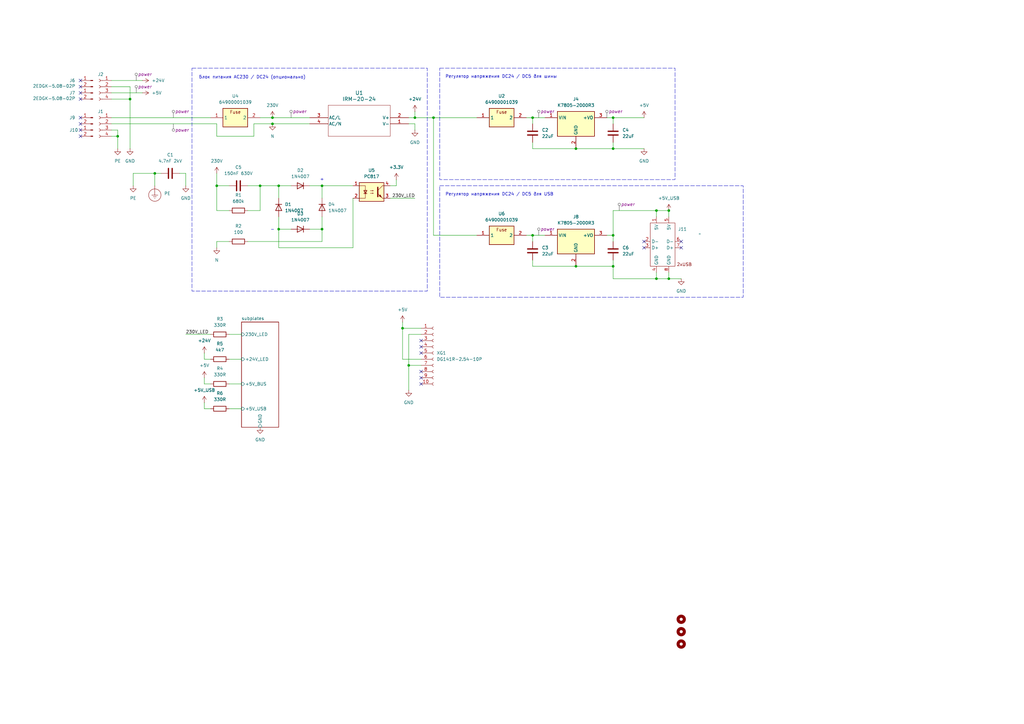
<source format=kicad_sch>
(kicad_sch (version 20231120) (generator "eeschema") (generator_version "8.0")
  (paper "A3")
  (title_block (title "${article} v${version}"))
  (lib_symbols
    (symbol "NextPCB:PC817" (pin_names (offset 1.016))
      (property "Reference" "U" (at -5.08 5.08 0))
      (property "Value" "PC817" (at 0 5.08 0))
      (symbol "PC817_0_1"
        (rectangle (start -5.08 3.81) (end 5.08 -3.81) (stroke (width 0.254)) (fill (type background)))
        (polyline (pts (xy -3.175 -0.635) (xy -1.905 -0.635)) (stroke (width 0.254)))
        (polyline (pts (xy 2.54 0.635) (xy 4.445 2.54)))
        (polyline (pts (xy 4.445 -2.54) (xy 2.54 -0.635)) (fill (type outline)))
        (polyline (pts (xy 4.445 -2.54) (xy 5.08 -2.54)))
        (polyline (pts (xy 4.445 2.54) (xy 5.08 2.54)))
        (polyline (pts (xy -5.08 2.54) (xy -2.54 2.54) (xy -2.54 -0.635)))
        (polyline (pts (xy -2.54 -0.635) (xy -2.54 -2.54) (xy -5.08 -2.54)))
        (polyline (pts (xy 2.54 1.905) (xy 2.54 -1.905) (xy 2.54 -1.905)) (stroke (width 0.508)))
        (polyline (pts (xy -2.54 -0.635) (xy -3.175 0.635) (xy -1.905 0.635) (xy -2.54 -0.635)) (stroke (width 0.254)))
        (polyline (pts (xy -0.508 -0.508) (xy 0.762 -0.508) (xy 0.381 -0.635) (xy 0.381 -0.381) (xy 0.762 -0.508)))
        (polyline (pts (xy -0.508 0.508) (xy 0.762 0.508) (xy 0.381 0.381) (xy 0.381 0.635) (xy 0.762 0.508)))
        (polyline (pts (xy 3.048 -1.651) (xy 3.556 -1.143) (xy 4.064 -2.159) (xy 3.048 -1.651) (xy 3.048 -1.651)) (fill (type outline)))
      )
      (symbol "PC817_1_1"
        (pin passive line (at -7.62 2.54 0) (length 2.54) (name "~") (number "1"))
        (pin passive line (at -7.62 -2.54 0) (length 2.54) (name "~") (number "2"))
        (pin passive line (at 7.62 -2.54 180) (length 2.54) (name "~") (number "3"))
        (pin passive line (at 7.62 2.54 180) (length 2.54) (name "~") (number "4"))
      )
    )
    (symbol "kicad_inventree_lib:1N4007" (pin_numbers hide) (pin_names hide)
      (property "Reference" "D" (at 0 2.54 0))
      (property "Value" "1N4007" (at 0 -2.54 0))
      (symbol "1N4007_0_1"
        (polyline (pts (xy -1.27 1.27) (xy -1.27 -1.27)) (stroke (width 0.254)))
        (polyline (pts (xy 1.27 0) (xy -1.27 0)))
        (polyline (pts (xy 1.27 1.27) (xy 1.27 -1.27) (xy -1.27 0) (xy 1.27 1.27)) (stroke (width 0.254)))
      )
      (symbol "1N4007_1_1"
        (pin passive line (at -3.81 0 0) (length 2.54) (name "K") (number "1"))
        (pin passive line (at 3.81 0 180) (length 2.54) (name "A") (number "2"))
      )
    )
    (symbol "kicad_inventree_lib:C_150nF_630V_1210" (pin_numbers hide) (pin_names (offset 0.254))
      (property "Reference" "C" (at 0.635 2.54 0))
      (property "Value" "150nF 630V" (at 0.635 -2.54 0))
      (symbol "C_150nF_630V_1210_0_1"
        (polyline (pts (xy -2.032 -0.762) (xy 2.032 -0.762)) (stroke (width 0.508)))
        (polyline (pts (xy -2.032 0.762) (xy 2.032 0.762)) (stroke (width 0.508)))
      )
      (symbol "C_150nF_630V_1210_1_1"
        (pin passive line (at 0 3.81 270) (length 2.794) (name "~") (number "1"))
        (pin passive line (at 0 -3.81 90) (length 2.794) (name "~") (number "2"))
      )
    )
    (symbol "kicad_inventree_lib:C_22uF_50V_2220" (pin_numbers hide) (pin_names (offset 0.254))
      (property "Reference" "C" (at 0.635 2.54 0))
      (property "Value" "22uF" (at 0.635 -2.54 0))
      (symbol "C_22uF_50V_2220_0_1"
        (polyline (pts (xy -2.032 -0.762) (xy 2.032 -0.762)) (stroke (width 0.508)))
        (polyline (pts (xy -2.032 0.762) (xy 2.032 0.762)) (stroke (width 0.508)))
      )
      (symbol "C_22uF_50V_2220_1_1"
        (pin passive line (at 0 3.81 270) (length 2.794) (name "~") (number "1"))
        (pin passive line (at 0 -3.81 90) (length 2.794) (name "~") (number "2"))
      )
    )
    (symbol "kicad_inventree_lib:C_4.7nF_2kV_1812" (pin_numbers hide) (pin_names (offset 0.254))
      (property "Reference" "C" (at 0.635 2.54 0))
      (property "Value" "4.7nF 2kV" (at 0.635 -2.54 0))
      (symbol "C_4.7nF_2kV_1812_0_1"
        (polyline (pts (xy -2.032 -0.762) (xy 2.032 -0.762)) (stroke (width 0.508)))
        (polyline (pts (xy -2.032 0.762) (xy 2.032 0.762)) (stroke (width 0.508)))
      )
      (symbol "C_4.7nF_2kV_1812_1_1"
        (pin passive line (at 0 3.81 270) (length 2.794) (name "~") (number "1"))
        (pin passive line (at 0 -3.81 90) (length 2.794) (name "~") (number "2"))
      )
    )
    (symbol "kicad_inventree_lib:DG141R-2.54-10P" (pin_names (offset 1.016) hide)
      (property "Reference" "XG" (at 0 12.7 0))
      (property "Value" "DG141R-2.54-10P" (at 0 -15.24 0))
      (symbol "DG141R-2.54-10P_1_1"
        (arc (start 0 -12.192) (mid -0.5058 -12.7) (end 0 -13.208) (stroke (width 0.1524)))
        (arc (start 0 -9.652) (mid -0.5058 -10.16) (end 0 -10.668) (stroke (width 0.1524)))
        (arc (start 0 -7.112) (mid -0.5058 -7.62) (end 0 -8.128) (stroke (width 0.1524)))
        (arc (start 0 -4.572) (mid -0.5058 -5.08) (end 0 -5.588) (stroke (width 0.1524)))
        (arc (start 0 -2.032) (mid -0.5058 -2.54) (end 0 -3.048) (stroke (width 0.1524)))
        (polyline (pts (xy -1.27 -12.7) (xy -0.508 -12.7)) (stroke (width 0.1524)))
        (polyline (pts (xy -1.27 -10.16) (xy -0.508 -10.16)) (stroke (width 0.1524)))
        (polyline (pts (xy -1.27 -7.62) (xy -0.508 -7.62)) (stroke (width 0.1524)))
        (polyline (pts (xy -1.27 -5.08) (xy -0.508 -5.08)) (stroke (width 0.1524)))
        (polyline (pts (xy -1.27 -2.54) (xy -0.508 -2.54)) (stroke (width 0.1524)))
        (polyline (pts (xy -1.27 0) (xy -0.508 0)) (stroke (width 0.1524)))
        (polyline (pts (xy -1.27 2.54) (xy -0.508 2.54)) (stroke (width 0.1524)))
        (polyline (pts (xy -1.27 5.08) (xy -0.508 5.08)) (stroke (width 0.1524)))
        (polyline (pts (xy -1.27 7.62) (xy -0.508 7.62)) (stroke (width 0.1524)))
        (polyline (pts (xy -1.27 10.16) (xy -0.508 10.16)) (stroke (width 0.1524)))
        (arc (start 0 0.508) (mid -0.5058 0) (end 0 -0.508) (stroke (width 0.1524)))
        (arc (start 0 3.048) (mid -0.5058 2.54) (end 0 2.032) (stroke (width 0.1524)))
        (arc (start 0 5.588) (mid -0.5058 5.08) (end 0 4.572) (stroke (width 0.1524)))
        (arc (start 0 8.128) (mid -0.5058 7.62) (end 0 7.112) (stroke (width 0.1524)))
        (arc (start 0 10.668) (mid -0.5058 10.16) (end 0 9.652) (stroke (width 0.1524)))
        (pin passive line (at -5.08 10.16 0) (length 3.81) (name "Pin_1") (number "1"))
        (pin passive line (at -5.08 -12.7 0) (length 3.81) (name "Pin_10") (number "10"))
        (pin passive line (at -5.08 7.62 0) (length 3.81) (name "Pin_2") (number "2"))
        (pin passive line (at -5.08 5.08 0) (length 3.81) (name "Pin_3") (number "3"))
        (pin passive line (at -5.08 2.54 0) (length 3.81) (name "Pin_4") (number "4"))
        (pin passive line (at -5.08 0 0) (length 3.81) (name "Pin_5") (number "5"))
        (pin passive line (at -5.08 -2.54 0) (length 3.81) (name "Pin_6") (number "6"))
        (pin passive line (at -5.08 -5.08 0) (length 3.81) (name "Pin_7") (number "7"))
        (pin passive line (at -5.08 -7.62 0) (length 3.81) (name "Pin_8") (number "8"))
        (pin passive line (at -5.08 -10.16 0) (length 3.81) (name "Pin_9") (number "9"))
      )
    )
    (symbol "kicad_inventree_lib:Degson_2EDGK-5.08-02P" (pin_names (offset 1.016) hide) (on_board no)
      (property "Reference" "J" (at 0 2.54 0))
      (property "Value" "2EDGK-5.08-02P" (at 0 -5.08 0))
      (symbol "Degson_2EDGK-5.08-02P_1_1"
        (rectangle (start -4.2164 -2.413) (end -5.08 -2.667) (stroke (width 0.1524)) (fill (type outline)))
        (rectangle (start -4.2164 0.127) (end -5.08 -0.127) (stroke (width 0.1524)) (fill (type outline)))
        (polyline (pts (xy -3.81 -2.54) (xy -4.2164 -2.54)) (stroke (width 0.1524)))
        (polyline (pts (xy -3.81 0) (xy -4.2164 0)) (stroke (width 0.1524)))
        (pin passive line (at 0 0 180) (length 3.81) (name "Pin_1") (number "1"))
        (pin passive line (at 0 -2.54 180) (length 3.81) (name "Pin_2") (number "2"))
      )
    )
    (symbol "kicad_inventree_lib:Degson_2EDGR-5.08-04P" (pin_names (offset 1.016) hide)
      (property "Reference" "J" (at 0 5.334 0))
      (property "Value" "2EDGR-5.08-04P" (at -0.254 2.794 0))
      (symbol "Degson_2EDGR-5.08-04P_1_1"
        (polyline (pts (xy 1.27 -7.62) (xy 2.032 -7.62)) (stroke (width 0.1524)))
        (polyline (pts (xy 1.27 -5.08) (xy 2.032 -5.08)) (stroke (width 0.1524)))
        (polyline (pts (xy 1.27 -2.54) (xy 2.032 -2.54)) (stroke (width 0.1524)))
        (polyline (pts (xy 1.27 0) (xy 2.032 0)) (stroke (width 0.1524)))
        (arc (start 2.54 -7.112) (mid 2.0342 -7.62) (end 2.54 -8.128) (stroke (width 0.1524)))
        (arc (start 2.54 -4.572) (mid 2.0342 -5.08) (end 2.54 -5.588) (stroke (width 0.1524)))
        (arc (start 2.54 -2.032) (mid 2.0342 -2.54) (end 2.54 -3.048) (stroke (width 0.1524)))
        (arc (start 2.54 0.508) (mid 2.0342 0) (end 2.54 -0.508) (stroke (width 0.1524)))
        (pin passive line (at -2.54 0 0) (length 3.81) (name "Pin_1") (number "1"))
        (pin passive line (at -2.54 -2.54 0) (length 3.81) (name "Pin_2") (number "2"))
        (pin passive line (at -2.54 -5.08 0) (length 3.81) (name "Pin_3") (number "3"))
        (pin passive line (at -2.54 -7.62 0) (length 3.81) (name "Pin_4") (number "4"))
      )
    )
    (symbol "kicad_inventree_lib:Fuseholder"
      (property "Reference" "U" (at -0.762 5.588 0))
      (property "Value" "64900001039" (at -6.35 3.302 0))
      (symbol "Fuseholder_1_1"
        (rectangle (start -5.08 0) (end 5.08 -7.62) (stroke (width 0.254)) (fill (type background)))
        (text "Fuse" (at 0 -1.524 0) (effects (font (size 1.27 1.27))))
        (pin passive line (at -10.16 -3.81 0) (length 5.08) (name "1") (number "1"))
        (pin passive line (at 10.16 -3.81 180) (length 5.08) (name "2") (number "2"))
      )
    )
    (symbol "kicad_inventree_lib:IRM-20-24" (pin_names (offset 0.254))
      (property "Reference" "U" (at 0 5.08 0))
      (property "Value" "IRM-20-24" (at 0 2.54 0))
      (symbol "IRM-20-24_0_1"
        (polyline (pts (xy -12.7 -12.7) (xy 12.7 -12.7)) (stroke (width 0.127)))
        (polyline (pts (xy -12.7 0) (xy -12.7 -12.7)) (stroke (width 0.127)))
        (polyline (pts (xy 12.7 -12.7) (xy 12.7 0)) (stroke (width 0.127)))
        (polyline (pts (xy 12.7 0) (xy -12.7 0)) (stroke (width 0.127)))
        (pin power_in line (at 20.32 -7.62 180) (length 7.62) (name "V-") (number "1"))
        (pin power_in line (at 20.32 -5.08 180) (length 7.62) (name "V+") (number "2"))
        (pin unspecified line (at -20.32 -5.08 0) (length 7.62) (name "AC/L") (number "3"))
        (pin unspecified line (at -20.32 -7.62 0) (length 7.62) (name "AC/N") (number "4"))
      )
    )
    (symbol "kicad_inventree_lib:K7805-2000R3"
      (property "Reference" "J" (at -0.762 6.35 0))
      (property "Value" "K7805-2000R3" (at -7.112 3.556 0))
      (symbol "K7805-2000R3_1_1"
        (rectangle (start -7.62 0) (end 7.62 -10.16) (stroke (width 0.254)) (fill (type background)))
        (pin passive line (at -12.7 -2.54 0) (length 5.08) (name "VIN") (number "1"))
        (pin passive line (at 0 -15.24 90) (length 5.08) (name "GND") (number "2"))
        (pin passive line (at 12.7 -2.54 180) (length 5.08) (name "+VO") (number "3"))
      )
    )
    (symbol "kicad_inventree_lib:MountingHole_M3" (pin_names (offset 1.016)) (exclude_from_sim yes) (in_bom no)
      (symbol "MountingHole_M3_0_1"
        (circle (center 0 0) (radius 1.27) (stroke (width 1.27)))
      )
    )
    (symbol "kicad_inventree_lib:PE" (pin_numbers hide) (pin_names (offset 0) hide) (in_bom no)
      (property "Value" "PE" (at 0 -7.62 0))
      (symbol "PE_0_1"
        (circle (center 0 -3.81) (radius 2.54))
        (polyline (pts (xy -0.635 -4.445) (xy 0.635 -4.445)))
        (polyline (pts (xy -0.127 -5.08) (xy 0.127 -5.08)))
        (polyline (pts (xy 0 -3.81) (xy 0 0)))
        (polyline (pts (xy 1.27 -3.81) (xy -1.27 -3.81)))
      )
      (symbol "PE_1_1"
        (pin power_in line (at 0 0 270) (length 0) (name "~") (number "1"))
      )
    )
    (symbol "kicad_inventree_lib:R_100_1206_1%" (pin_numbers hide) (pin_names (offset 0))
      (property "Reference" "R" (at 2.032 0 90))
      (property "Value" "100" (at 0 0 90))
      (symbol "R_100_1206_1%_0_1"
        (rectangle (start -1.016 -2.54) (end 1.016 2.54) (stroke (width 0.254)))
      )
      (symbol "R_100_1206_1%_1_1"
        (pin passive line (at 0 3.81 270) (length 1.27) (name "~") (number "1"))
        (pin passive line (at 0 -3.81 90) (length 1.27) (name "~") (number "2"))
      )
    )
    (symbol "kicad_inventree_lib:R_330R_1206_1%" (pin_numbers hide) (pin_names (offset 0))
      (property "Reference" "R" (at 2.032 0 90))
      (property "Value" "330R" (at 0 0 90))
      (symbol "R_330R_1206_1%_0_1"
        (rectangle (start -1.016 -2.54) (end 1.016 2.54) (stroke (width 0.254)))
      )
      (symbol "R_330R_1206_1%_1_1"
        (pin passive line (at 0 3.81 270) (length 1.27) (name "~") (number "1"))
        (pin passive line (at 0 -3.81 90) (length 1.27) (name "~") (number "2"))
      )
    )
    (symbol "kicad_inventree_lib:R_4k7_1206_1%" (pin_numbers hide) (pin_names (offset 0))
      (property "Reference" "R" (at 2.032 0 90))
      (property "Value" "4k7" (at 0 0 90))
      (symbol "R_4k7_1206_1%_0_1"
        (rectangle (start -1.016 -2.54) (end 1.016 2.54) (stroke (width 0.254)))
      )
      (symbol "R_4k7_1206_1%_1_1"
        (pin passive line (at 0 3.81 270) (length 1.27) (name "~") (number "1"))
        (pin passive line (at 0 -3.81 90) (length 1.27) (name "~") (number "2"))
      )
    )
    (symbol "kicad_inventree_lib:R_680k_1206_1%" (pin_numbers hide) (pin_names (offset 0))
      (property "Reference" "R" (at 2.032 0 90))
      (property "Value" "680k" (at 0 0 90))
      (symbol "R_680k_1206_1%_0_1"
        (rectangle (start -1.016 -2.54) (end 1.016 2.54) (stroke (width 0.254)))
      )
      (symbol "R_680k_1206_1%_1_1"
        (pin passive line (at 0 3.81 270) (length 1.27) (name "~") (number "1"))
        (pin passive line (at 0 -3.81 90) (length 1.27) (name "~") (number "2"))
      )
    )
    (symbol "kicad_inventree_lib:XKB_U224-081N-1WR61"
      (property "Reference" "J" (at 6.858 -8.382 0))
      (symbol "XKB_U224-081N-1WR61_0_1"
        (rectangle (start -5.08 -7.62) (end 5.08 -25.4))
      )
      (symbol "XKB_U224-081N-1WR61_1_1"
        (text "2xUSB" (at 8.89 -24.638 0) (effects (font (size 1.27 1.27))))
        (pin input line (at -2.54 -5.08 270) (length 2.54) (name "5V") (number "1"))
        (pin input line (at -7.62 -15.24 0) (length 2.54) (name "D-") (number "2"))
        (pin input line (at -7.62 -17.78 0) (length 2.54) (name "D+") (number "3"))
        (pin input line (at -2.54 -27.94 90) (length 2.54) (name "GND") (number "4"))
        (pin input line (at 2.54 -5.08 270) (length 2.54) (name "5V") (number "5"))
        (pin input line (at 7.62 -15.24 180) (length 2.54) (name "D-") (number "6"))
        (pin input line (at 7.62 -17.78 180) (length 2.54) (name "D+") (number "7"))
        (pin input line (at 2.54 -27.94 90) (length 2.54) (name "GND") (number "8"))
      )
    )
    (symbol "power:+24V" (power) (pin_numbers hide) (pin_names (offset 0) hide)
      (property "Value" "+24V" (at 0 3.556 0))
      (symbol "+24V_0_1"
        (polyline (pts (xy -0.762 1.27) (xy 0 2.54)))
        (polyline (pts (xy 0 0) (xy 0 2.54)))
        (polyline (pts (xy 0 2.54) (xy 0.762 1.27)))
      )
      (symbol "+24V_1_1"
        (pin power_in line (at 0 0 90) (length 0) (name "~") (number "1"))
      )
    )
    (symbol "power:+3.3V" (power) (pin_numbers hide) (pin_names (offset 0) hide)
      (property "Value" "+3.3V" (at 0 3.556 0))
      (symbol "+3.3V_0_1"
        (polyline (pts (xy -0.762 1.27) (xy 0 2.54)))
        (polyline (pts (xy 0 0) (xy 0 2.54)))
        (polyline (pts (xy 0 2.54) (xy 0.762 1.27)))
      )
      (symbol "+3.3V_1_1"
        (pin power_in line (at 0 0 90) (length 0) (name "~") (number "1"))
      )
    )
    (symbol "power:+5V" (power) (pin_numbers hide) (pin_names (offset 0) hide)
      (property "Value" "+5V" (at 0 3.556 0))
      (symbol "+5V_0_1"
        (polyline (pts (xy -0.762 1.27) (xy 0 2.54)))
        (polyline (pts (xy 0 0) (xy 0 2.54)))
        (polyline (pts (xy 0 2.54) (xy 0.762 1.27)))
      )
      (symbol "+5V_1_1"
        (pin power_in line (at 0 0 90) (length 0) (name "~") (number "1"))
      )
    )
    (symbol "power:GND" (power) (pin_numbers hide) (pin_names (offset 0) hide)
      (property "Value" "GND" (at 0 -3.81 0))
      (symbol "GND_0_1"
        (polyline (pts (xy 0 0) (xy 0 -1.27) (xy 1.27 -1.27) (xy 0 -2.54) (xy -1.27 -1.27) (xy 0 -1.27)))
      )
      (symbol "GND_1_1"
        (pin power_in line (at 0 0 270) (length 0) (name "~") (number "1"))
      )
    )
  )
  (junction (at 274.32 114.3))
  (junction (at 218.44 48.26))
  (junction (at 170.18 48.26))
  (junction (at 236.22 60.96))
  (junction (at 53.34 40.64))
  (junction (at 132.08 93.98))
  (junction (at 114.3 76.2))
  (junction (at 111.76 48.26))
  (junction (at 88.9 76.2))
  (junction (at 48.26 55.88))
  (junction (at 251.46 96.52))
  (junction (at 251.46 109.22))
  (junction (at 63.5 71.12))
  (junction (at 165.1 134.62))
  (junction (at 269.24 86.36))
  (junction (at 274.32 86.36))
  (junction (at 177.8 48.26))
  (junction (at 167.64 149.86))
  (junction (at 132.08 76.2))
  (junction (at 251.46 60.96))
  (junction (at 269.24 114.3))
  (junction (at 236.22 109.22))
  (junction (at 251.46 48.26))
  (junction (at 111.76 50.8))
  (junction (at 114.3 93.98))
  (junction (at 106.68 76.2))
  (junction (at 218.44 96.52))
  (no_connect (at 279.4 99.06))
  (no_connect (at 33.02 53.34))
  (no_connect (at 33.02 40.64))
  (no_connect (at 172.72 139.7))
  (no_connect (at 264.16 99.06))
  (no_connect (at 172.72 152.4))
  (no_connect (at 172.72 154.94))
  (no_connect (at 33.02 33.02))
  (no_connect (at 33.02 50.8))
  (no_connect (at 33.02 35.56))
  (no_connect (at 264.16 101.6))
  (no_connect (at 33.02 38.1))
  (no_connect (at 279.4 101.6))
  (no_connect (at 172.72 142.24))
  (no_connect (at 172.72 144.78))
  (no_connect (at 33.02 55.88))
  (no_connect (at 33.02 48.26))
  (no_connect (at 172.72 157.48))
  (wire (pts (xy 48.26 53.34) (xy 45.72 53.34)))
  (wire (pts (xy 172.72 137.16) (xy 167.64 137.16)))
  (wire (pts (xy 53.34 40.64) (xy 53.34 35.56)))
  (wire (pts (xy 48.26 60.96) (xy 48.26 55.88)))
  (wire (pts (xy 114.3 88.9) (xy 114.3 93.98)))
  (wire (pts (xy 215.9 48.26) (xy 218.44 48.26)))
  (wire (pts (xy 54.61 71.12) (xy 63.5 71.12)))
  (wire (pts (xy 132.08 76.2) (xy 144.78 76.2)))
  (wire (pts (xy 274.32 111.76) (xy 274.32 114.3)))
  (wire (pts (xy 86.36 147.32) (xy 83.82 147.32)))
  (wire (pts (xy 251.46 58.42) (xy 251.46 60.96)))
  (wire (pts (xy 104.14 50.8) (xy 111.76 50.8)))
  (wire (pts (xy 162.56 76.2) (xy 160.02 76.2)))
  (wire (pts (xy 88.9 50.8) (xy 88.9 55.88)))
  (wire (pts (xy 63.5 71.12) (xy 63.5 76.2)))
  (wire (pts (xy 53.34 35.56) (xy 45.72 35.56)))
  (wire (pts (xy 218.44 60.96) (xy 236.22 60.96)))
  (wire (pts (xy 83.82 154.94) (xy 83.82 157.48)))
  (wire (pts (xy 104.14 50.8) (xy 104.14 55.88)))
  (wire (pts (xy 167.64 137.16) (xy 167.64 149.86)))
  (wire (pts (xy 114.3 76.2) (xy 114.3 81.28)))
  (wire (pts (xy 269.24 86.36) (xy 269.24 88.9)))
  (wire (pts (xy 251.46 96.52) (xy 251.46 99.06)))
  (wire (pts (xy 167.64 48.26) (xy 170.18 48.26)))
  (wire (pts (xy 132.08 93.98) (xy 132.08 88.9)))
  (wire (pts (xy 93.98 147.32) (xy 99.06 147.32)))
  (wire (pts (xy 106.68 48.26) (xy 111.76 48.26)))
  (wire (pts (xy 251.46 114.3) (xy 269.24 114.3)))
  (wire (pts (xy 101.6 99.06) (xy 132.08 99.06)))
  (wire (pts (xy 76.2 137.16) (xy 86.36 137.16)))
  (wire (pts (xy 165.1 134.62) (xy 165.1 132.08)))
  (wire (pts (xy 114.3 76.2) (xy 119.38 76.2)))
  (wire (pts (xy 88.9 99.06) (xy 93.98 99.06)))
  (wire (pts (xy 144.78 101.6) (xy 144.78 81.28)))
  (wire (pts (xy 48.26 55.88) (xy 48.26 53.34)))
  (wire (pts (xy 218.44 48.26) (xy 223.52 48.26)))
  (wire (pts (xy 93.98 137.16) (xy 99.06 137.16)))
  (wire (pts (xy 45.72 38.1) (xy 58.42 38.1)))
  (wire (pts (xy 111.76 48.26) (xy 127 48.26)))
  (wire (pts (xy 251.46 48.26) (xy 251.46 50.8)))
  (wire (pts (xy 236.22 60.96) (xy 251.46 60.96)))
  (wire (pts (xy 274.32 88.9) (xy 274.32 86.36)))
  (wire (pts (xy 114.3 93.98) (xy 119.38 93.98)))
  (wire (pts (xy 106.68 76.2) (xy 114.3 76.2)))
  (wire (pts (xy 167.64 149.86) (xy 172.72 149.86)))
  (wire (pts (xy 93.98 167.64) (xy 99.06 167.64)))
  (wire (pts (xy 132.08 99.06) (xy 132.08 93.98)))
  (wire (pts (xy 274.32 114.3) (xy 279.4 114.3)))
  (wire (pts (xy 218.44 109.22) (xy 236.22 109.22)))
  (wire (pts (xy 88.9 86.36) (xy 88.9 76.2)))
  (wire (pts (xy 111.76 50.8) (xy 127 50.8)))
  (wire (pts (xy 106.68 86.36) (xy 106.68 76.2)))
  (wire (pts (xy 218.44 96.52) (xy 218.44 99.06)))
  (wire (pts (xy 170.18 50.8) (xy 170.18 53.34)))
  (wire (pts (xy 269.24 114.3) (xy 274.32 114.3)))
  (wire (pts (xy 93.98 86.36) (xy 88.9 86.36)))
  (wire (pts (xy 172.72 147.32) (xy 165.1 147.32)))
  (wire (pts (xy 167.64 149.86) (xy 167.64 160.02)))
  (wire (pts (xy 127 93.98) (xy 132.08 93.98)))
  (wire (pts (xy 45.72 40.64) (xy 53.34 40.64)))
  (wire (pts (xy 218.44 109.22) (xy 218.44 106.68)))
  (wire (pts (xy 114.3 101.6) (xy 144.78 101.6)))
  (wire (pts (xy 88.9 55.88) (xy 104.14 55.88)))
  (wire (pts (xy 218.44 48.26) (xy 218.44 50.8)))
  (wire (pts (xy 177.8 48.26) (xy 195.58 48.26)))
  (wire (pts (xy 114.3 101.6) (xy 114.3 93.98)))
  (wire (pts (xy 45.72 48.26) (xy 86.36 48.26)))
  (wire (pts (xy 160.02 81.28) (xy 170.18 81.28)))
  (wire (pts (xy 83.82 165.1) (xy 83.82 167.64)))
  (wire (pts (xy 177.8 96.52) (xy 177.8 48.26)))
  (wire (pts (xy 45.72 55.88) (xy 48.26 55.88)))
  (wire (pts (xy 76.2 71.12) (xy 76.2 76.2)))
  (wire (pts (xy 195.58 96.52) (xy 177.8 96.52)))
  (wire (pts (xy 101.6 76.2) (xy 106.68 76.2)))
  (wire (pts (xy 83.82 147.32) (xy 83.82 144.78)))
  (wire (pts (xy 54.61 76.2) (xy 54.61 71.12)))
  (wire (pts (xy 248.92 48.26) (xy 251.46 48.26)))
  (wire (pts (xy 251.46 86.36) (xy 251.46 96.52)))
  (wire (pts (xy 170.18 48.26) (xy 170.18 45.72)))
  (wire (pts (xy 165.1 147.32) (xy 165.1 134.62)))
  (wire (pts (xy 251.46 48.26) (xy 264.16 48.26)))
  (wire (pts (xy 162.56 73.66) (xy 162.56 76.2)))
  (wire (pts (xy 269.24 86.36) (xy 251.46 86.36)))
  (wire (pts (xy 218.44 96.52) (xy 223.52 96.52)))
  (wire (pts (xy 269.24 111.76) (xy 269.24 114.3)))
  (wire (pts (xy 83.82 157.48) (xy 86.36 157.48)))
  (wire (pts (xy 73.66 71.12) (xy 76.2 71.12)))
  (wire (pts (xy 132.08 81.28) (xy 132.08 76.2)))
  (wire (pts (xy 251.46 106.68) (xy 251.46 109.22)))
  (wire (pts (xy 170.18 48.26) (xy 177.8 48.26)))
  (wire (pts (xy 66.04 71.12) (xy 63.5 71.12)))
  (wire (pts (xy 93.98 157.48) (xy 99.06 157.48)))
  (wire (pts (xy 215.9 96.52) (xy 218.44 96.52)))
  (wire (pts (xy 248.92 96.52) (xy 251.46 96.52)))
  (wire (pts (xy 45.72 33.02) (xy 58.42 33.02)))
  (wire (pts (xy 236.22 109.22) (xy 251.46 109.22)))
  (wire (pts (xy 101.6 86.36) (xy 106.68 86.36)))
  (wire (pts (xy 45.72 50.8) (xy 88.9 50.8)))
  (wire (pts (xy 88.9 76.2) (xy 88.9 71.12)))
  (wire (pts (xy 132.08 76.2) (xy 127 76.2)))
  (wire (pts (xy 53.34 40.64) (xy 53.34 60.96)))
  (wire (pts (xy 274.32 86.36) (xy 269.24 86.36)))
  (wire (pts (xy 83.82 167.64) (xy 86.36 167.64)))
  (wire (pts (xy 172.72 134.62) (xy 165.1 134.62)))
  (wire (pts (xy 93.98 76.2) (xy 88.9 76.2)))
  (wire (pts (xy 167.64 50.8) (xy 170.18 50.8)))
  (wire (pts (xy 251.46 60.96) (xy 264.16 60.96)))
  (wire (pts (xy 251.46 114.3) (xy 251.46 109.22)))
  (wire (pts (xy 88.9 101.6) (xy 88.9 99.06)))
  (wire (pts (xy 218.44 60.96) (xy 218.44 58.42)))
  (rectangle (start 180.34 27.94) (end 276.86 73.66) (stroke (width 0) (type dash)))
  (rectangle (start 78.74 27.94) (end 175.26 119.38) (stroke (width 0) (type dash)))
  (rectangle (start 180.34 76.2) (end 304.8 121.92) (stroke (width 0) (type dash)))
  (text "-" (at 111.76 94.234 0) (effects (font (size 1.27 1.27))))
  (text "Блок питания AC230 / DC24 (опционально)" (at 81.534 31.75 0) (effects (font (size 1.27 1.27)) (justify left)))
  (text "Регулятор напряжения DC24 / DC5 для шины" (at 182.626 31.496 0) (effects (font (size 1.27 1.27)) (justify left)))
  (text "Регулятор напряжения DC24 / DC5 для USB" (at 182.626 79.756 0) (effects (font (size 1.27 1.27)) (justify left)))
  (text "+" (at 132.08 73.66 0) (effects (font (size 1.27 1.27))))
  (label "230V_LED" (at 170.18 81.28 180))
  (label "230V_LED" (at 76.2 137.16 0))
  (netclass_flag "" (length 2.54) (shape round) (at 55.88 38.1 0) (property "Netclass" "power" (at 56.5785 35.56 0) (effects (font (italic yes)) (justify left))))
  (netclass_flag "" (length 2.54) (shape round) (at 55.88 33.02 0) (property "Netclass" "power" (at 56.5785 30.48 0) (effects (font (italic yes)) (justify left))))
  (netclass_flag "" (length 2.54) (shape round) (at 220.98 48.26 0) (property "Netclass" "power" (at 221.6785 45.72 0) (effects (font (italic yes)) (justify left))))
  (netclass_flag "" (length 2.54) (shape round) (at 248.92 48.26 0) (property "Netclass" "power" (at 249.6185 45.72 0) (effects (font (italic yes)) (justify left))))
  (netclass_flag "" (length 2.54) (shape round) (at 119.38 48.26 0) (property "Netclass" "power" (at 120.0785 45.72 0) (effects (font (italic yes)) (justify left))))
  (netclass_flag "" (length 2.54) (shape round) (at 254 86.36 0) (property "Netclass" "power" (at 254.6985 83.82 0) (effects (font (italic yes)) (justify left))))
  (netclass_flag "" (length 2.54) (shape round) (at 71.12 50.8 180) (property "Netclass" "power" (at 71.8185 53.34 0) (effects (font (italic yes)) (justify left))))
  (netclass_flag "" (length 2.54) (shape round) (at 71.12 48.26 0) (property "Netclass" "power" (at 71.8185 45.72 0) (effects (font (italic yes)) (justify left))))
  (netclass_flag "" (length 2.54) (shape round) (at 220.98 96.52 0) (property "Netclass" "power" (at 221.6785 93.98 0) (effects (font (italic yes)) (justify left))))
  (symbol (lib_id "kicad_inventree_lib:C_22uF_50V_2220") (at 251.46 54.61 0) (unit 1)
    (property "Reference" "C4" (at 255.27 53.3399 0) (effects (justify left)))
    (property "Value" "22uF" (at 255.27 55.8799 0) (effects (justify left)))
    (property "Footprint" "kicad_inventree_lib:C_2220_5750Metric_Pad1.97x5.40mm_HandSolder" (effects (hide yes)))
    (property "Datasheet" "http://inventree.network/part/99/" (effects (hide yes)))
    (property "Description" "Unpolarized capacitor" (effects (hide yes)))
    (property "part_ipn" "C_22uF_50V_2220" (effects (hide yes)))
  )
  (symbol (lib_id "power:+24V") (at 58.42 33.02 270) (unit 1)
    (property "Reference" "#PWR09" (effects (hide yes)))
    (property "Value" "+24V" (at 62.23 33.0199 90) (effects (justify left)))
    (property "Description" "Power symbol creates a global label with name \"+24V\"" (effects (hide yes)))
  )
  (symbol (lib_id "kicad_inventree_lib:C_150nF_630V_1210") (at 97.79 76.2 90) (unit 1)
    (property "Reference" "C5" (at 97.79 68.58 90))
    (property "Value" "150nF 630V" (at 97.79 71.12 90))
    (property "Footprint" "Capacitor_SMD:C_1210_3225Metric_Pad1.33x2.70mm_HandSolder" (effects (hide yes)))
    (property "Datasheet" "http://inventree.network/part/174/" (effects (hide yes)))
    (property "Description" "Unpolarized capacitor" (effects (hide yes)))
    (property "part_ipn" "C_150nF_630V_1210" (effects (hide yes)))
  )
  (symbol (lib_id "kicad_inventree_lib:PE") (at 63.5 76.2 0) (unit 1) (in_bom no)
    (property "Reference" "PE1" (effects (hide yes)))
    (property "Value" "PE" (at 67.31 79.3749 0) (effects (justify left)))
    (property "Footprint" "kicad_inventree_lib:PE" (effects (hide yes)))
    (property "Description" "Power symbol creates a global label with name \"Earth_Protective\"" (effects (hide yes)))
  )
  (symbol (lib_id "kicad_inventree_lib:R_680k_1206_1%") (at 97.79 86.36 90) (unit 1)
    (property "Reference" "R1" (at 97.79 80.01 90))
    (property "Value" "680k" (at 97.79 82.55 90))
    (property "Footprint" "Resistor_SMD:R_1206_3216Metric_Pad1.30x1.75mm_HandSolder" (effects (hide yes)))
    (property "Datasheet" "http://inventree.network/part/147/" (effects (hide yes)))
    (property "Description" "Resistor" (effects (hide yes)))
    (property "part_ipn" "R_680k_1206_1%" (effects (hide yes)))
  )
  (symbol (lib_id "kicad_inventree_lib:Degson_2EDGR-5.08-04P") (at 43.18 33.02 0) (mirror y) (unit 1)
    (property "Reference" "J2" (at 41.275 30.48 0))
    (property "Value" "2EDGR-5.08-04P" (effects (hide yes)))
    (property "Footprint" "kicad_inventree_lib:Degson_2EDGR-5.08-04P" (effects (hide yes)))
    (property "Datasheet" "http://inventree.network/part/173/" (effects (hide yes)))
    (property "Description" "01x04" (effects (hide yes)))
    (property "part_ipn" "2EDGR-5.08-04P" (effects (hide yes)))
  )
  (symbol (lib_id "power:+24V") (at 170.18 45.72 0) (unit 1)
    (property "Reference" "#PWR06" (effects (hide yes)))
    (property "Value" "+24V" (at 170.18 40.64 0))
    (property "Description" "Power symbol creates a global label with name \"+24V\"" (effects (hide yes)))
  )
  (symbol (lib_id "kicad_inventree_lib:XKB_U224-081N-1WR61") (at 271.78 83.82 0) (unit 1)
    (property "Reference" "J11" (at 279.908 93.98 0))
    (property "Value" "~" (at 287.02 95.9165 0))
    (property "Footprint" "NextPCB:XKB_U224-08XN-1WR61" (effects (hide yes)))
    (property "Datasheet" "http://inventree.network/part/5/" (effects (hide yes)))
    (property "Description" "2xUSB2.0" (effects (hide yes)))
    (property "part_ipn" "U224-081N-1WR61" (effects (hide yes)))
  )
  (symbol (lib_id "power:GND") (at 279.4 114.3 0) (unit 1)
    (property "Reference" "#PWR018" (effects (hide yes)))
    (property "Value" "GND" (at 279.4 119.38 0))
    (property "Description" "Power symbol creates a global label with name \"GND\" , ground" (effects (hide yes)))
  )
  (symbol (lib_id "power:GND") (at 111.76 50.8 0) (unit 1)
    (property "Reference" "#PWR04" (effects (hide yes)))
    (property "Value" "N" (at 111.76 55.88 0))
    (property "Description" "Power symbol creates a global label with name \"GND\" , ground" (effects (hide yes)))
  )
  (symbol (lib_id "kicad_inventree_lib:Fuseholder") (at 205.74 92.71 0) (unit 1)
    (property "Reference" "U6" (at 205.74 87.63 0))
    (property "Value" "64900001039" (at 205.74 90.17 0))
    (property "Footprint" "NextPCB:Fuseholder" (effects (hide yes)))
    (property "Datasheet" "http://inventree.network/part/23/" (effects (hide yes)))
    (property "Description" "5x20mm Fuseholder 6.3A 250V Littelfuse 6.3A PCB Mount Fuse Holder for 5 x 20mm Cartridge Fuse, 250 V" (effects (hide yes)))
    (property "Manufacturer_Name" "LITTELFUSE" (effects (hide yes)))
    (property "Manufacturer_Part_Number" "64900001039" (effects (hide yes)))
    (property "Mouser Part Number" "576-64900001039" (effects (hide yes)))
    (property "Mouser Price/Stock" "https://www.mouser.co.uk/ProductDetail/Littelfuse/64900001039?qs=hH%252BOa0VZEiArPloPoB86OA%3D%3D" (effects (hide yes)))
    (property "Arrow Part Number" "64900001039" (effects (hide yes)))
    (property "Arrow Price/Stock" "https://www.arrow.com/en/products/64900001039/littelfuse?region=nac" (effects (hide yes)))
    (property "NextPCB_url" "https://www.hqonline.com/product-detail/fuse-holders---clips---boxes-littelfuse-64900001039-1005256123" (effects (hide yes)))
    (property "NextPCB_price" "0.13489" (effects (hide yes)))
    (property "part_ipn" "64900001039" (effects (hide yes)))
  )
  (symbol (lib_id "kicad_inventree_lib:C_22uF_50V_2220") (at 218.44 54.61 0) (unit 1)
    (property "Reference" "C2" (at 222.25 53.3399 0) (effects (justify left)))
    (property "Value" "22uF" (at 222.25 55.8799 0) (effects (justify left)))
    (property "Footprint" "kicad_inventree_lib:C_2220_5750Metric_Pad1.97x5.40mm_HandSolder" (effects (hide yes)))
    (property "Datasheet" "http://inventree.network/part/99/" (effects (hide yes)))
    (property "Description" "Unpolarized capacitor" (effects (hide yes)))
    (property "part_ipn" "C_22uF_50V_2220" (effects (hide yes)))
  )
  (symbol (lib_id "power:+5V") (at 58.42 38.1 270) (unit 1)
    (property "Reference" "#PWR010" (effects (hide yes)))
    (property "Value" "+5V" (at 62.23 38.0999 90) (effects (justify left)))
    (property "Description" "Power symbol creates a global label with name \"+5V\"" (effects (hide yes)))
  )
  (symbol (lib_id "kicad_inventree_lib:1N4007") (at 114.3 85.09 270) (unit 1)
    (property "Reference" "D1" (at 116.84 83.8199 90) (effects (justify left)))
    (property "Value" "1N4007" (at 116.84 86.3599 90) (effects (justify left)))
    (property "Footprint" "Diode_SMD:D_SMA" (effects (hide yes)))
    (property "Datasheet" "http://inventree.network/part/146/" (effects (hide yes)))
    (property "Description" "1A Independent Type 1kV 1.1V@1A SMA(DO-214AC) Diodes" (effects (hide yes)))
    (property "part_ipn" "1N4007" (effects (hide yes)))
  )
  (symbol (lib_id "power:+5V") (at 83.82 144.78 0) (unit 1)
    (property "Reference" "#PWR014" (effects (hide yes)))
    (property "Value" "+24V" (at 83.82 139.7 0))
    (property "Description" "Power symbol creates a global label with name \"+5V\"" (effects (hide yes)))
  )
  (symbol (lib_id "kicad_inventree_lib:K7805-2000R3") (at 236.22 45.72 0) (unit 1)
    (property "Reference" "J4" (at 236.22 40.64 0))
    (property "Value" "K7805-2000R3" (at 236.22 43.18 0))
    (property "Footprint" "kicad_inventree_lib:K7805-2000R3" (effects (hide yes)))
    (property "Datasheet" "http://inventree.network/part/98/" (effects (hide yes)))
    (property "Description" "K7805-2000R3" (effects (hide yes)))
    (property "Height" "18" (effects (hide yes)))
    (property "Manufacturer_Name" "RS Pro" (effects (hide yes)))
    (property "Manufacturer_Part_Number" "K7805-2000R3" (effects (hide yes)))
    (property "part_ipn" "K7805-2000R3" (effects (hide yes)))
  )
  (symbol (lib_id "power:+5V") (at 88.9 71.12 0) (unit 1)
    (property "Reference" "#PWR01" (effects (hide yes)))
    (property "Value" "230V" (at 88.9 66.04 0))
    (property "Description" "Power symbol creates a global label with name \"+5V\"" (effects (hide yes)))
  )
  (symbol (lib_id "kicad_inventree_lib:MountingHole_M3") (at 279.4 254 0) (unit 1) (exclude_from_sim yes) (in_bom no)
    (property "Reference" "H1" (effects (hide yes)))
    (property "Value" "MountingHole_M3" (effects (hide yes)))
    (property "Footprint" "kicad_inventree_lib:MountingHole_M3" (effects (hide yes)))
    (property "Description" "Mounting Hole without connection" (effects (hide yes)))
  )
  (symbol (lib_id "kicad_inventree_lib:MountingHole_M3") (at 279.4 264.16 0) (unit 1) (exclude_from_sim yes) (in_bom no)
    (property "Reference" "H3" (effects (hide yes)))
    (property "Value" "MountingHole_M3" (effects (hide yes)))
    (property "Footprint" "kicad_inventree_lib:MountingHole_M3" (effects (hide yes)))
    (property "Description" "Mounting Hole without connection" (effects (hide yes)))
  )
  (symbol (lib_id "kicad_inventree_lib:Fuseholder") (at 96.52 44.45 0) (unit 1)
    (property "Reference" "U4" (at 96.52 39.37 0))
    (property "Value" "64900001039" (at 96.52 41.91 0))
    (property "Footprint" "NextPCB:Fuseholder" (effects (hide yes)))
    (property "Datasheet" "http://inventree.network/part/23/" (effects (hide yes)))
    (property "Description" "5x20mm Fuseholder 6.3A 250V Littelfuse 6.3A PCB Mount Fuse Holder for 5 x 20mm Cartridge Fuse, 250 V" (effects (hide yes)))
    (property "Manufacturer_Name" "LITTELFUSE" (effects (hide yes)))
    (property "Manufacturer_Part_Number" "64900001039" (effects (hide yes)))
    (property "Mouser Part Number" "576-64900001039" (effects (hide yes)))
    (property "Mouser Price/Stock" "https://www.mouser.co.uk/ProductDetail/Littelfuse/64900001039?qs=hH%252BOa0VZEiArPloPoB86OA%3D%3D" (effects (hide yes)))
    (property "Arrow Part Number" "64900001039" (effects (hide yes)))
    (property "Arrow Price/Stock" "https://www.arrow.com/en/products/64900001039/littelfuse?region=nac" (effects (hide yes)))
    (property "NextPCB_url" "https://www.hqonline.com/product-detail/fuse-holders---clips---boxes-littelfuse-64900001039-1005256123" (effects (hide yes)))
    (property "NextPCB_price" "0.13489" (effects (hide yes)))
    (property "part_ipn" "64900001039" (effects (hide yes)))
    (property "optional" "1" (effects (hide yes)))
  )
  (symbol (lib_id "NextPCB:PC817") (at 152.4 78.74 0) (unit 1)
    (property "Reference" "U5" (at 152.4 69.85 0))
    (property "Value" "PC817" (at 152.4 72.39 0))
    (property "Footprint" "NextPCB:PC817XI_SOIC254P975X460-4N" (effects (hide yes)))
    (property "Datasheet" "http://www.soselectronic.cz/a_info/resource/d/pc817.pdf" (effects (hide yes)))
    (property "Description" "DC Optocoupler, Vce 35V, CTR 50-300%, DIP-4" (effects (hide yes)))
    (property "NextPCB_url" "https://www.hqonline.com/product-detail/photocouplers-slkor-pc817c-2500382115" (effects (hide yes)))
    (property "NextPCB_price" "0.03334" (effects (hide yes)))
  )
  (symbol (lib_id "kicad_inventree_lib:K7805-2000R3") (at 236.22 93.98 0) (unit 1)
    (property "Reference" "J8" (at 236.22 88.9 0))
    (property "Value" "K7805-2000R3" (at 236.22 91.44 0))
    (property "Footprint" "kicad_inventree_lib:K7805-2000R3" (effects (hide yes)))
    (property "Datasheet" "http://inventree.network/part/98/" (effects (hide yes)))
    (property "Description" "K7805-2000R3" (effects (hide yes)))
    (property "Height" "18" (effects (hide yes)))
    (property "Manufacturer_Name" "RS Pro" (effects (hide yes)))
    (property "Manufacturer_Part_Number" "K7805-2000R3" (effects (hide yes)))
    (property "part_ipn" "K7805-2000R3" (effects (hide yes)))
  )
  (symbol (lib_id "power:GND") (at 48.26 60.96 0) (unit 1)
    (property "Reference" "#PWR012" (effects (hide yes)))
    (property "Value" "PE" (at 48.26 66.04 0))
    (property "Description" "Power symbol creates a global label with name \"GND\" , ground" (effects (hide yes)))
  )
  (symbol (lib_id "kicad_inventree_lib:Degson_2EDGK-5.08-02P") (at 33.02 53.34 0) (mirror y) (unit 1) (on_board no)
    (property "Reference" "J10" (at 28.448 53.34 0) (effects (justify right)))
    (property "Value" "2EDGK-5.08-02P" (effects (hide yes)))
    (property "Datasheet" "http://inventree.network/part/18/" (effects (hide yes)))
    (property "Description" "Generic connector, single row, 01x02, script generated" (effects (hide yes)))
    (property "NextPCB_url" "https://www.hqonline.com/product-detail/max-maixu--mx2edgk-5-08-02p-gn01-cu-y-a-1027943030" (effects (hide yes)))
    (property "NextPCB_price" "0.11828" (effects (hide yes)))
    (property "part_ipn" "2EDGK-5.08-02P" (effects (hide yes)))
  )
  (symbol (lib_id "power:+5V") (at 111.76 48.26 0) (unit 1)
    (property "Reference" "#PWR021" (effects (hide yes)))
    (property "Value" "230V" (at 111.76 43.18 0))
    (property "Description" "Power symbol creates a global label with name \"+5V\"" (effects (hide yes)))
  )
  (symbol (lib_id "power:GND") (at 53.34 60.96 0) (unit 1)
    (property "Reference" "#PWR08" (effects (hide yes)))
    (property "Value" "GND" (at 53.34 66.04 0))
    (property "Description" "Power symbol creates a global label with name \"GND\" , ground" (effects (hide yes)))
  )
  (symbol (lib_id "power:+5V") (at 264.16 48.26 0) (unit 1)
    (property "Reference" "#PWR019" (effects (hide yes)))
    (property "Value" "+5V" (at 264.16 43.18 0))
    (property "Description" "Power symbol creates a global label with name \"+5V\"" (effects (hide yes)))
  )
  (symbol (lib_id "kicad_inventree_lib:DG141R-2.54-10P") (at 177.8 144.78 0) (unit 1)
    (property "Reference" "XG1" (at 179.07 144.7799 0) (effects (justify left)))
    (property "Value" "DG141R-2.54-10P" (at 179.07 147.3199 0) (effects (justify left)))
    (property "Footprint" "kicad_inventree_lib:DG141R-2.54-10P" (effects (hide yes)))
    (property "Datasheet" "http://inventree.network/platform/part/183/details" (effects (hide yes)))
    (property "Description" "Generic connector, single row, 01x10, script generated" (effects (hide yes)))
    (property "part_ipn" "DG141R-2.54-10P" (effects (hide yes)))
  )
  (symbol (lib_id "power:GND") (at 88.9 101.6 0) (unit 1)
    (property "Reference" "#PWR02" (effects (hide yes)))
    (property "Value" "N" (at 88.9 106.68 0))
    (property "Description" "Power symbol creates a global label with name \"GND\" , ground" (effects (hide yes)))
  )
  (symbol (lib_id "kicad_inventree_lib:R_4k7_1206_1%") (at 90.17 147.32 90) (unit 1)
    (property "Reference" "R5" (at 90.17 140.97 90))
    (property "Value" "4k7" (at 90.17 143.51 90))
    (property "Footprint" "Resistor_SMD:R_1206_3216Metric_Pad1.30x1.75mm_HandSolder" (effects (hide yes)))
    (property "Datasheet" "http://inventree.network/part/117/" (effects (hide yes)))
    (property "Description" "Resistor" (effects (hide yes)))
    (property "part_ipn" "R_4k7_1206_1%" (effects (hide yes)))
  )
  (symbol (lib_id "power:+5V") (at 165.1 132.08 0) (unit 1)
    (property "Reference" "#PWR016" (effects (hide yes)))
    (property "Value" "+5V" (at 165.1 127 0))
    (property "Description" "Power symbol creates a global label with name \"+5V\"" (effects (hide yes)))
  )
  (symbol (lib_id "kicad_inventree_lib:1N4007") (at 123.19 93.98 180) (unit 1)
    (property "Reference" "D3" (at 123.19 87.63 0))
    (property "Value" "1N4007" (at 123.19 90.17 0))
    (property "Footprint" "Diode_SMD:D_SMA" (effects (hide yes)))
    (property "Datasheet" "http://inventree.network/part/146/" (effects (hide yes)))
    (property "Description" "1A Independent Type 1kV 1.1V@1A SMA(DO-214AC) Diodes" (effects (hide yes)))
    (property "part_ipn" "1N4007" (effects (hide yes)))
  )
  (symbol (lib_id "power:GND") (at 106.68 175.26 0) (unit 1)
    (property "Reference" "#PWR05" (effects (hide yes)))
    (property "Value" "GND" (at 106.68 180.34 0))
    (property "Description" "Power symbol creates a global label with name \"GND\" , ground" (effects (hide yes)))
  )
  (symbol (lib_id "power:GND") (at 167.64 160.02 0) (unit 1)
    (property "Reference" "#PWR015" (effects (hide yes)))
    (property "Value" "GND" (at 167.64 165.1 0))
    (property "Description" "Power symbol creates a global label with name \"GND\" , ground" (effects (hide yes)))
  )
  (symbol (lib_id "kicad_inventree_lib:Degson_2EDGK-5.08-02P") (at 33.02 38.1 0) (mirror y) (unit 1) (on_board no)
    (property "Reference" "J7" (at 28.448 38.1 0) (effects (justify right)))
    (property "Value" "2EDGK-5.08-02P" (at 13.462 40.386 0) (effects (justify right)))
    (property "Datasheet" "http://inventree.network/part/18/" (effects (hide yes)))
    (property "Description" "Generic connector, single row, 01x02, script generated" (effects (hide yes)))
    (property "NextPCB_url" "https://www.hqonline.com/product-detail/max-maixu--mx2edgk-5-08-02p-gn01-cu-y-a-1027943030" (effects (hide yes)))
    (property "NextPCB_price" "0.11828" (effects (hide yes)))
    (property "part_ipn" "2EDGK-5.08-02P" (effects (hide yes)))
  )
  (symbol (lib_id "kicad_inventree_lib:MountingHole_M3") (at 279.4 259.08 0) (unit 1) (exclude_from_sim yes) (in_bom no)
    (property "Reference" "H2" (effects (hide yes)))
    (property "Value" "MountingHole_M3" (effects (hide yes)))
    (property "Footprint" "kicad_inventree_lib:MountingHole_M3" (effects (hide yes)))
    (property "Description" "Mounting Hole without connection" (effects (hide yes)))
  )
  (symbol (lib_id "power:GND") (at 170.18 53.34 0) (unit 1)
    (property "Reference" "#PWR07" (effects (hide yes)))
    (property "Value" "GND" (at 170.18 58.42 0))
    (property "Description" "Power symbol creates a global label with name \"GND\" , ground" (effects (hide yes)))
  )
  (symbol (lib_id "power:+5V") (at 83.82 154.94 0) (unit 1)
    (property "Reference" "#PWR011" (effects (hide yes)))
    (property "Value" "+5V" (at 83.82 149.86 0))
    (property "Description" "Power symbol creates a global label with name \"+5V\"" (effects (hide yes)))
  )
  (symbol (lib_id "power:GND") (at 264.16 60.96 0) (unit 1)
    (property "Reference" "#PWR022" (effects (hide yes)))
    (property "Value" "GND" (at 264.16 66.04 0))
    (property "Description" "Power symbol creates a global label with name \"GND\" , ground" (effects (hide yes)))
  )
  (symbol (lib_id "power:GND") (at 76.2 76.2 0) (unit 1)
    (property "Reference" "#PWR013" (effects (hide yes)))
    (property "Value" "GND" (at 76.2 81.28 0))
    (property "Description" "Power symbol creates a global label with name \"GND\" , ground" (effects (hide yes)))
  )
  (symbol (lib_id "kicad_inventree_lib:C_22uF_50V_2220") (at 218.44 102.87 0) (unit 1)
    (property "Reference" "C3" (at 222.25 101.5999 0) (effects (justify left)))
    (property "Value" "22uF" (at 222.25 104.1399 0) (effects (justify left)))
    (property "Footprint" "kicad_inventree_lib:C_2220_5750Metric_Pad1.97x5.40mm_HandSolder" (effects (hide yes)))
    (property "Datasheet" "http://inventree.network/part/99/" (effects (hide yes)))
    (property "Description" "Unpolarized capacitor" (effects (hide yes)))
    (property "part_ipn" "C_22uF_50V_2220" (effects (hide yes)))
  )
  (symbol (lib_id "kicad_inventree_lib:Degson_2EDGK-5.08-02P") (at 33.02 33.02 0) (mirror y) (unit 1) (on_board no)
    (property "Reference" "J6" (at 28.448 33.02 0) (effects (justify right)))
    (property "Value" "2EDGK-5.08-02P" (at 13.462 35.306 0) (effects (justify right)))
    (property "Datasheet" "http://inventree.network/part/18/" (effects (hide yes)))
    (property "Description" "Generic connector, single row, 01x02, script generated" (effects (hide yes)))
    (property "NextPCB_url" "https://www.hqonline.com/product-detail/max-maixu--mx2edgk-5-08-02p-gn01-cu-y-a-1027943030" (effects (hide yes)))
    (property "NextPCB_price" "0.11828" (effects (hide yes)))
    (property "part_ipn" "2EDGK-5.08-02P" (effects (hide yes)))
  )
  (symbol (lib_id "kicad_inventree_lib:Degson_2EDGR-5.08-04P") (at 43.18 48.26 0) (mirror y) (unit 1)
    (property "Reference" "J1" (at 41.275 45.72 0))
    (property "Value" "2EDGR-5.08-04P" (effects (hide yes)))
    (property "Footprint" "kicad_inventree_lib:Degson_2EDGR-5.08-04P" (effects (hide yes)))
    (property "Datasheet" "http://inventree.network/part/173/" (effects (hide yes)))
    (property "Description" "01x04" (effects (hide yes)))
    (property "part_ipn" "2EDGR-5.08-04P" (effects (hide yes)))
  )
  (symbol (lib_id "kicad_inventree_lib:R_100_1206_1%") (at 97.79 99.06 90) (unit 1)
    (property "Reference" "R2" (at 97.79 92.71 90))
    (property "Value" "100" (at 97.79 95.25 90))
    (property "Footprint" "Resistor_SMD:R_1206_3216Metric_Pad1.30x1.75mm_HandSolder" (effects (hide yes)))
    (property "Datasheet" "http://inventree.network/part/61/" (effects (hide yes)))
    (property "Description" "Resistor" (effects (hide yes)))
    (property "part_ipn" "R_100_1206_1%" (effects (hide yes)))
  )
  (symbol (lib_id "kicad_inventree_lib:Degson_2EDGK-5.08-02P") (at 33.02 48.26 0) (mirror y) (unit 1) (on_board no)
    (property "Reference" "J9" (at 28.448 48.26 0) (effects (justify right)))
    (property "Value" "2EDGK-5.08-02P" (effects (hide yes)))
    (property "Datasheet" "http://inventree.network/part/18/" (effects (hide yes)))
    (property "Description" "Generic connector, single row, 01x02, script generated" (effects (hide yes)))
    (property "NextPCB_url" "https://www.hqonline.com/product-detail/max-maixu--mx2edgk-5-08-02p-gn01-cu-y-a-1027943030" (effects (hide yes)))
    (property "NextPCB_price" "0.11828" (effects (hide yes)))
    (property "part_ipn" "2EDGK-5.08-02P" (effects (hide yes)))
  )
  (symbol (lib_id "kicad_inventree_lib:Fuseholder") (at 205.74 44.45 0) (unit 1)
    (property "Reference" "U2" (at 205.74 39.37 0))
    (property "Value" "64900001039" (at 205.74 41.91 0))
    (property "Footprint" "NextPCB:Fuseholder" (effects (hide yes)))
    (property "Datasheet" "http://inventree.network/part/23/" (effects (hide yes)))
    (property "Description" "5x20mm Fuseholder 6.3A 250V Littelfuse 6.3A PCB Mount Fuse Holder for 5 x 20mm Cartridge Fuse, 250 V" (effects (hide yes)))
    (property "Manufacturer_Name" "LITTELFUSE" (effects (hide yes)))
    (property "Manufacturer_Part_Number" "64900001039" (effects (hide yes)))
    (property "Mouser Part Number" "576-64900001039" (effects (hide yes)))
    (property "Mouser Price/Stock" "https://www.mouser.co.uk/ProductDetail/Littelfuse/64900001039?qs=hH%252BOa0VZEiArPloPoB86OA%3D%3D" (effects (hide yes)))
    (property "Arrow Part Number" "64900001039" (effects (hide yes)))
    (property "Arrow Price/Stock" "https://www.arrow.com/en/products/64900001039/littelfuse?region=nac" (effects (hide yes)))
    (property "NextPCB_url" "https://www.hqonline.com/product-detail/fuse-holders---clips---boxes-littelfuse-64900001039-1005256123" (effects (hide yes)))
    (property "NextPCB_price" "0.13489" (effects (hide yes)))
    (property "part_ipn" "64900001039" (effects (hide yes)))
  )
  (symbol (lib_id "kicad_inventree_lib:IRM-20-24") (at 147.32 43.18 0) (unit 1)
    (property "Reference" "U1" (at 147.32 38.1 0) (effects (font (size 1.524 1.524))))
    (property "Value" "IRM-20-24" (at 147.32 40.64 0) (effects (font (size 1.524 1.524))))
    (property "Footprint" "kicad_inventree_lib:IRM-20-24_MWU" (effects (hide yes)))
    (property "Datasheet" "http://inventree.network/part/143/" (effects (hide yes)))
    (property "part_ipn" "IRM-20-24" (effects (hide yes)))
    (property "optional" "1" (effects (hide yes)))
  )
  (symbol (lib_id "kicad_inventree_lib:C_4.7nF_2kV_1812") (at 69.85 71.12 90) (unit 1)
    (property "Reference" "C1" (at 69.85 63.5 90))
    (property "Value" "4.7nF 2kV" (at 69.85 66.04 90))
    (property "Footprint" "Capacitor_SMD:C_1812_4532Metric_Pad1.57x3.40mm_HandSolder" (effects (hide yes)))
    (property "Datasheet" "http://inventree.network/part/112/" (effects (hide yes)))
    (property "Description" "Unpolarized capacitor" (effects (hide yes)))
    (property "part_ipn" "C_4.7nF_2kV_1812" (effects (hide yes)))
  )
  (symbol (lib_id "kicad_inventree_lib:1N4007") (at 132.08 85.09 270) (unit 1)
    (property "Reference" "D4" (at 134.62 83.8199 90) (effects (justify left)))
    (property "Value" "1N4007" (at 134.62 86.3599 90) (effects (justify left)))
    (property "Footprint" "Diode_SMD:D_SMA" (effects (hide yes)))
    (property "Datasheet" "http://inventree.network/part/146/" (effects (hide yes)))
    (property "Description" "1A Independent Type 1kV 1.1V@1A SMA(DO-214AC) Diodes" (effects (hide yes)))
    (property "part_ipn" "1N4007" (effects (hide yes)))
  )
  (symbol (lib_id "kicad_inventree_lib:R_330R_1206_1%") (at 90.17 167.64 90) (unit 1)
    (property "Reference" "R6" (at 90.17 161.29 90))
    (property "Value" "330R" (at 90.17 163.83 90))
    (property "Footprint" "Resistor_SMD:R_1206_3216Metric_Pad1.30x1.75mm_HandSolder" (effects (hide yes)))
    (property "Datasheet" "http://inventree.network/part/140/" (effects (hide yes)))
    (property "Description" "Resistor" (effects (hide yes)))
    (property "part_ipn" "R_330R_1206_1% " (effects (hide yes)))
  )
  (symbol (lib_id "kicad_inventree_lib:C_22uF_50V_2220") (at 251.46 102.87 0) (unit 1)
    (property "Reference" "C6" (at 255.27 101.5999 0) (effects (justify left)))
    (property "Value" "22uF" (at 255.27 104.1399 0) (effects (justify left)))
    (property "Footprint" "kicad_inventree_lib:C_2220_5750Metric_Pad1.97x5.40mm_HandSolder" (effects (hide yes)))
    (property "Datasheet" "http://inventree.network/part/99/" (effects (hide yes)))
    (property "Description" "Unpolarized capacitor" (effects (hide yes)))
    (property "part_ipn" "C_22uF_50V_2220" (effects (hide yes)))
  )
  (symbol (lib_id "power:GND") (at 54.61 76.2 0) (unit 1)
    (property "Reference" "#PWR027" (effects (hide yes)))
    (property "Value" "PE" (at 54.61 81.28 0))
    (property "Description" "Power symbol creates a global label with name \"GND\" , ground" (effects (hide yes)))
  )
  (symbol (lib_id "power:+5V") (at 83.82 165.1 0) (unit 1)
    (property "Reference" "#PWR023" (effects (hide yes)))
    (property "Value" "+5V_USB" (at 83.82 160.02 0))
    (property "Description" "Power symbol creates a global label with name \"+5V\"" (effects (hide yes)))
  )
  (symbol (lib_id "power:+3.3V") (at 162.56 73.66 0) (unit 1)
    (property "Reference" "#PWR03" (effects (hide yes)))
    (property "Value" "+3.3V" (at 162.56 68.58 0))
    (property "Description" "Power symbol creates a global label with name \"+3.3V\"" (effects (hide yes)))
  )
  (symbol (lib_id "kicad_inventree_lib:R_330R_1206_1%") (at 90.17 157.48 90) (unit 1)
    (property "Reference" "R4" (at 90.17 151.13 90))
    (property "Value" "330R" (at 90.17 153.67 90))
    (property "Footprint" "Resistor_SMD:R_1206_3216Metric_Pad1.30x1.75mm_HandSolder" (effects (hide yes)))
    (property "Datasheet" "http://inventree.network/part/140/" (effects (hide yes)))
    (property "Description" "Resistor" (effects (hide yes)))
    (property "part_ipn" "R_330R_1206_1% " (effects (hide yes)))
  )
  (symbol (lib_id "kicad_inventree_lib:1N4007") (at 123.19 76.2 180) (unit 1)
    (property "Reference" "D2" (at 123.19 69.85 0))
    (property "Value" "1N4007" (at 123.19 72.39 0))
    (property "Footprint" "Diode_SMD:D_SMA" (effects (hide yes)))
    (property "Datasheet" "http://inventree.network/part/146/" (effects (hide yes)))
    (property "Description" "1A Independent Type 1kV 1.1V@1A SMA(DO-214AC) Diodes" (effects (hide yes)))
    (property "part_ipn" "1N4007" (effects (hide yes)))
  )
  (symbol (lib_id "power:+5V") (at 274.32 86.36 0) (unit 1)
    (property "Reference" "#PWR020" (effects (hide yes)))
    (property "Value" "+5V_USB" (at 274.32 81.28 0))
    (property "Description" "Power symbol creates a global label with name \"+5V\"" (effects (hide yes)))
  )
  (symbol (lib_id "kicad_inventree_lib:R_330R_1206_1%") (at 90.17 137.16 90) (unit 1)
    (property "Reference" "R3" (at 90.17 130.81 90))
    (property "Value" "330R" (at 90.17 133.35 90))
    (property "Footprint" "Resistor_SMD:R_1206_3216Metric_Pad1.30x1.75mm_HandSolder" (effects (hide yes)))
    (property "Datasheet" "http://inventree.network/part/140/" (effects (hide yes)))
    (property "Description" "Resistor" (effects (hide yes)))
    (property "part_ipn" "R_330R_1206_1% " (effects (hide yes)))
  )
  (sheet (at 99.06 132.08) (size 15.24 43.18) (stroke (width 0.1524))
    (property "Sheetname" "subplates" (at 99.06 131.3684 0) (effects (justify left bottom)))
    (property "Sheetfile" "subplates.kicad_sch" (effects (hide yes)))
    (pin "GND" input (at 106.68 175.26 270))
    (pin "230V_LED" input (at 99.06 137.16 180))
    (pin "+24V_LED" input (at 99.06 147.32 180))
    (pin "+5V_BUS" input (at 99.06 157.48 180))
    (pin "+5V_USB" input (at 99.06 167.64 180))
  )
)
</source>
